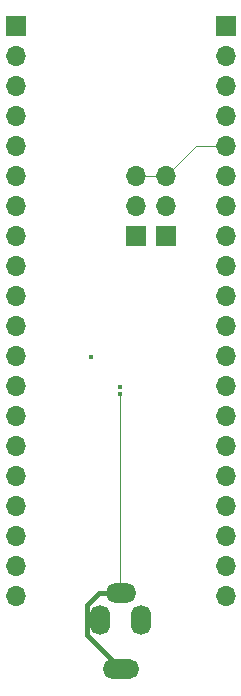
<source format=gbr>
%TF.GenerationSoftware,KiCad,Pcbnew,7.0.7-7.0.7~ubuntu22.04.1*%
%TF.CreationDate,2023-09-13T15:14:38+01:00*%
%TF.ProjectId,clvHd_master_pico,636c7648-645f-46d6-9173-7465725f7069,rev?*%
%TF.SameCoordinates,Original*%
%TF.FileFunction,Copper,L1,Top*%
%TF.FilePolarity,Positive*%
%FSLAX46Y46*%
G04 Gerber Fmt 4.6, Leading zero omitted, Abs format (unit mm)*
G04 Created by KiCad (PCBNEW 7.0.7-7.0.7~ubuntu22.04.1) date 2023-09-13 15:14:38*
%MOMM*%
%LPD*%
G01*
G04 APERTURE LIST*
G04 Aperture macros list*
%AMRoundRect*
0 Rectangle with rounded corners*
0 $1 Rounding radius*
0 $2 $3 $4 $5 $6 $7 $8 $9 X,Y pos of 4 corners*
0 Add a 4 corners polygon primitive as box body*
4,1,4,$2,$3,$4,$5,$6,$7,$8,$9,$2,$3,0*
0 Add four circle primitives for the rounded corners*
1,1,$1+$1,$2,$3*
1,1,$1+$1,$4,$5*
1,1,$1+$1,$6,$7*
1,1,$1+$1,$8,$9*
0 Add four rect primitives between the rounded corners*
20,1,$1+$1,$2,$3,$4,$5,0*
20,1,$1+$1,$4,$5,$6,$7,0*
20,1,$1+$1,$6,$7,$8,$9,0*
20,1,$1+$1,$8,$9,$2,$3,0*%
G04 Aperture macros list end*
%TA.AperFunction,ComponentPad*%
%ADD10R,1.700000X1.700000*%
%TD*%
%TA.AperFunction,ComponentPad*%
%ADD11O,1.700000X1.700000*%
%TD*%
%TA.AperFunction,ComponentPad*%
%ADD12RoundRect,0.800000X-0.050000X-0.450000X0.050000X-0.450000X0.050000X0.450000X-0.050000X0.450000X0*%
%TD*%
%TA.AperFunction,ComponentPad*%
%ADD13RoundRect,0.800000X-0.450000X0.050000X-0.450000X-0.050000X0.450000X-0.050000X0.450000X0.050000X0*%
%TD*%
%TA.AperFunction,ComponentPad*%
%ADD14RoundRect,0.800000X-0.700000X0.050000X-0.700000X-0.050000X0.700000X-0.050000X0.700000X0.050000X0*%
%TD*%
%TA.AperFunction,ViaPad*%
%ADD15C,0.400000*%
%TD*%
%TA.AperFunction,Conductor*%
%ADD16C,0.100000*%
%TD*%
%TA.AperFunction,Conductor*%
%ADD17C,0.400000*%
%TD*%
G04 APERTURE END LIST*
D10*
%TO.P,J7,1,Pin_1*%
%TO.N,3V3_BAT*%
X103810000Y-79680000D03*
D11*
%TO.P,J7,2,Pin_2*%
%TO.N,+3.3V*%
X103810000Y-77140000D03*
%TO.P,J7,3,Pin_3*%
%TO.N,3V3_PICO*%
X103810000Y-74600000D03*
%TD*%
D10*
%TO.P,J6,1,Pin_1*%
%TO.N,5V_BAT*%
X101270000Y-79680000D03*
D11*
%TO.P,J6,2,Pin_2*%
%TO.N,+5VA*%
X101270000Y-77140000D03*
%TO.P,J6,3,Pin_3*%
%TO.N,3V3_PICO*%
X101270000Y-74600000D03*
%TD*%
D10*
%TO.P,J5,1,Pin_1*%
%TO.N,unconnected-(J5-Pin_1-Pad1)*%
X108890000Y-61870000D03*
D11*
%TO.P,J5,2,Pin_2*%
%TO.N,unconnected-(J5-Pin_2-Pad2)*%
X108890000Y-64410000D03*
%TO.P,J5,3,Pin_3*%
%TO.N,GND*%
X108890000Y-66950000D03*
%TO.P,J5,4,Pin_4*%
%TO.N,unconnected-(J5-Pin_4-Pad4)*%
X108890000Y-69490000D03*
%TO.P,J5,5,Pin_5*%
%TO.N,3V3_PICO*%
X108890000Y-72030000D03*
%TO.P,J5,6,Pin_6*%
%TO.N,unconnected-(J5-Pin_6-Pad6)*%
X108890000Y-74570000D03*
%TO.P,J5,7,Pin_7*%
%TO.N,unconnected-(J5-Pin_7-Pad7)*%
X108890000Y-77110000D03*
%TO.P,J5,8,Pin_8*%
%TO.N,GND*%
X108890000Y-79650000D03*
%TO.P,J5,9,Pin_9*%
%TO.N,unconnected-(J5-Pin_9-Pad9)*%
X108890000Y-82190000D03*
%TO.P,J5,10,Pin_10*%
%TO.N,unconnected-(J5-Pin_10-Pad10)*%
X108890000Y-84730000D03*
%TO.P,J5,11,Pin_11*%
%TO.N,unconnected-(J5-Pin_11-Pad11)*%
X108890000Y-87270000D03*
%TO.P,J5,12,Pin_12*%
%TO.N,unconnected-(J5-Pin_12-Pad12)*%
X108890000Y-89810000D03*
%TO.P,J5,13,Pin_13*%
%TO.N,GND*%
X108890000Y-92350000D03*
%TO.P,J5,14,Pin_14*%
%TO.N,unconnected-(J5-Pin_14-Pad14)*%
X108890000Y-94890000D03*
%TO.P,J5,15,Pin_15*%
%TO.N,unconnected-(J5-Pin_15-Pad15)*%
X108890000Y-97430000D03*
%TO.P,J5,16,Pin_16*%
%TO.N,MOSI_DIN*%
X108890000Y-99970000D03*
%TO.P,J5,17,Pin_17*%
%TO.N,SCLK*%
X108890000Y-102510000D03*
%TO.P,J5,18,Pin_18*%
%TO.N,GND*%
X108890000Y-105050000D03*
%TO.P,J5,19,Pin_19*%
%TO.N,RESETB*%
X108890000Y-107590000D03*
%TO.P,J5,20,Pin_20*%
%TO.N,MISO_DOUT*%
X108890000Y-110130000D03*
%TD*%
D10*
%TO.P,J4,1,Pin_1*%
%TO.N,unconnected-(J4-Pin_1-Pad1)*%
X91110000Y-61870000D03*
D11*
%TO.P,J4,2,Pin_2*%
%TO.N,unconnected-(J4-Pin_2-Pad2)*%
X91110000Y-64410000D03*
%TO.P,J4,3,Pin_3*%
%TO.N,GND*%
X91110000Y-66950000D03*
%TO.P,J4,4,Pin_4*%
%TO.N,AUX2*%
X91110000Y-69490000D03*
%TO.P,J4,5,Pin_5*%
%TO.N,AUX1*%
X91110000Y-72030000D03*
%TO.P,J4,6,Pin_6*%
%TO.N,I2C_SDA*%
X91110000Y-74570000D03*
%TO.P,J4,7,Pin_7*%
%TO.N,I2C_SCL*%
X91110000Y-77110000D03*
%TO.P,J4,8,Pin_8*%
%TO.N,GND*%
X91110000Y-79650000D03*
%TO.P,J4,9,Pin_9*%
%TO.N,unconnected-(J4-Pin_9-Pad9)*%
X91110000Y-82190000D03*
%TO.P,J4,10,Pin_10*%
%TO.N,unconnected-(J4-Pin_10-Pad10)*%
X91110000Y-84730000D03*
%TO.P,J4,11,Pin_11*%
%TO.N,unconnected-(J4-Pin_11-Pad11)*%
X91110000Y-87270000D03*
%TO.P,J4,12,Pin_12*%
%TO.N,unconnected-(J4-Pin_12-Pad12)*%
X91110000Y-89810000D03*
%TO.P,J4,13,Pin_13*%
%TO.N,GND*%
X91110000Y-92350000D03*
%TO.P,J4,14,Pin_14*%
%TO.N,ADD_OUT4*%
X91110000Y-94890000D03*
%TO.P,J4,15,Pin_15*%
%TO.N,ADD_OUT3*%
X91110000Y-97430000D03*
%TO.P,J4,16,Pin_16*%
%TO.N,ADD_OUT2*%
X91110000Y-99970000D03*
%TO.P,J4,17,Pin_17*%
%TO.N,ADD_OUT1*%
X91110000Y-102510000D03*
%TO.P,J4,18,Pin_18*%
%TO.N,GND*%
X91110000Y-105050000D03*
%TO.P,J4,19,Pin_19*%
%TO.N,unconnected-(J4-Pin_19-Pad19)*%
X91110000Y-107590000D03*
%TO.P,J4,20,Pin_20*%
%TO.N,LED_OUT*%
X91110000Y-110130000D03*
%TD*%
D12*
%TO.P,J3,1,T*%
%TO.N,GND*%
X101750000Y-112145000D03*
D13*
%TO.P,J3,2,R*%
%TO.N,IN_ref*%
X100000000Y-109845000D03*
D12*
%TO.P,J3,3,T*%
%TO.N,GND*%
X98250000Y-112145000D03*
D14*
%TO.P,J3,6,S*%
%TO.N,IN_ref*%
X100000000Y-116345000D03*
%TD*%
D15*
%TO.N,GND*%
X97500000Y-89900000D03*
X99900000Y-92400000D03*
%TO.N,IN_ref*%
X99900000Y-93000000D03*
%TD*%
D16*
%TO.N,GND*%
X98200000Y-112095000D02*
X98250000Y-112145000D01*
D17*
%TO.N,IN_ref*%
X97110000Y-113455000D02*
X97110000Y-110890000D01*
X98155000Y-109845000D02*
X100000000Y-109845000D01*
D16*
X99900000Y-93000000D02*
X99900000Y-109745000D01*
X99900000Y-109745000D02*
X100000000Y-109845000D01*
D17*
X100000000Y-116345000D02*
X97110000Y-113455000D01*
X97110000Y-110890000D02*
X98155000Y-109845000D01*
D16*
%TO.N,3V3_PICO*%
X106350000Y-72060000D02*
X103810000Y-74600000D01*
X108860000Y-72060000D02*
X106350000Y-72060000D01*
X101270000Y-74600000D02*
X103810000Y-74600000D01*
X108890000Y-72030000D02*
X108860000Y-72060000D01*
%TD*%
M02*

</source>
